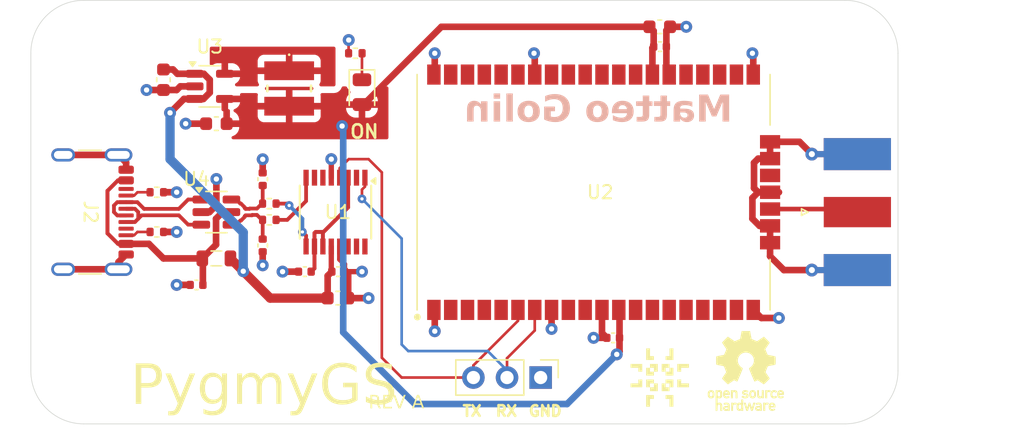
<source format=kicad_pcb>
(kicad_pcb (version 20240108) (generator "pcbnew") (generator_version "8.0")
  (layers (0 "F.Cu" signal) (1 "In1.Cu" signal) (2 "In2.Cu" signal) (31 "B.Cu" signal) (34 "B.Paste" user) (35 "F.Paste" user) (36 "B.SilkS" user "B.Silkscreen") (37 "F.SilkS" user "F.Silkscreen") (38 "B.Mask" user) (39 "F.Mask" user) (44 "Edge.Cuts" user))
  (net 0 "")
  (net 1 "+5V")
  (net 2 "GND")
  (net 3 "+3V3")
  (net 4 "/MCU_D-")
  (net 5 "/MCU_D+")
  (net 6 "Net-(U1-3V3OUT)")
  (net 7 "VBUS")
  (net 8 "Net-(D1-K)")
  (net 9 "/RF_SIG")
  (net 10 "Net-(J2-CC1)")
  (net 11 "/D-")
  (net 14 "/D+")
  (net 15 "Net-(J2-CC2)")
  (net 16 "MCU_RX")
  (net 17 "MCU_TX")
  (net 18 "/RD-")
  (net 19 "/RD+")
  (net 47 "/PWR_NSY")
  (footprint "Resistor_SMD:R_0402_1005Metric" (layer "F.Cu") (at 127 87 180)
    (property "Reference" "R5" (hide yes))
    (property "Value" "330R")
    (pad "1" smd roundrect (at -0.51 0 180) (size 0.54 0.64) (layers "F.Cu" "F.Paste" "F.Mask") (net 8 "Net-(D1-K)"))
    (pad "2" smd roundrect (at 0.51 0 180) (size 0.54 0.64) (layers "F.Cu" "F.Paste" "F.Mask") (net 2 "GND"))
  )
  (footprint "Capacitor_SMD:C_0402_1005Metric" (layer "F.Cu") (at 125.7025 103.5)
    (property "Reference" "C1" (hide yes))
    (property "Value" "100n")
    (pad "1" smd roundrect (at -0.48 0) (size 0.56 0.62) (layers "F.Cu" "F.Paste" "F.Mask") (net 1 "+5V"))
    (pad "2" smd roundrect (at 0.48 0) (size 0.56 0.62) (layers "F.Cu" "F.Paste" "F.Mask") (net 2 "GND"))
  )
  (footprint "Logos:PulsarLogo_5mm" (layer "F.Cu") (at 150 111.5)
    (property "Reference" "G***" (hide yes))
    (property "Value" "LOGO" (hide yes))
  )
  (footprint "MountingHole:MountingHole_3.2mm_M3" (layer "F.Cu") (at 106.5 87)
    (property "Reference" "H1" (hide yes))
    (property "Value" "MountingHole")
    (pad "" np_thru_hole circle (at 0 0) (size 3.2 3.2) (drill 3.2) (layers "*.Cu" "*.Mask"))
  )
  (footprint "Capacitor_SMD:C_0402_1005Metric" (layer "F.Cu") (at 120 101.52 -90)
    (property "Reference" "C7" (hide yes))
    (property "Value" "47p")
    (pad "1" smd roundrect (at -0.48 0 270) (size 0.56 0.62) (layers "F.Cu" "F.Paste" "F.Mask") (net 5 "/MCU_D+"))
    (pad "2" smd roundrect (at 0.48 0 270) (size 0.56 0.62) (layers "F.Cu" "F.Paste" "F.Mask") (net 2 "GND"))
  )
  (footprint "Capacitor_SMD:C_0402_1005Metric" (layer "F.Cu") (at 146.48 108.5 180)
    (property "Reference" "C3" (hide yes))
    (property "Value" "100n")
    (pad "1" smd roundrect (at -0.48 0 180) (size 0.56 0.62) (layers "F.Cu" "F.Paste" "F.Mask") (net 3 "+3V3"))
    (pad "2" smd roundrect (at 0.48 0 180) (size 0.56 0.62) (layers "F.Cu" "F.Paste" "F.Mask") (net 2 "GND"))
  )
  (footprint "Package_TO_SOT_SMD:TSOT-23-5" (layer "F.Cu") (at 116 89.5)
    (property "Reference" "U3" (at 0 -3 360) (layer "F.SilkS"))
    (property "Value" "LM3671MF")
    (pad "1" smd roundrect (at -1.1375 -0.95) (size 1.325 0.6) (layers "F.Cu" "F.Paste" "F.Mask") (net 1 "+5V"))
    (pad "2" smd roundrect (at -1.1375 0) (size 1.325 0.6) (layers "F.Cu" "F.Paste" "F.Mask") (net 2 "GND"))
    (pad "3" smd roundrect (at -1.1375 0.95) (size 1.325 0.6) (layers "F.Cu" "F.Paste" "F.Mask") (net 1 "+5V"))
    (pad "4" smd roundrect (at 1.1375 0.95) (size 1.325 0.6) (layers "F.Cu" "F.Paste" "F.Mask") (net 3 "+3V3"))
    (pad "5" smd roundrect (at 1.1375 -0.95) (size 1.325 0.6) (layers "F.Cu" "F.Paste" "F.Mask") (net 47 "/PWR_NSY"))
  )
  (footprint "Capacitor_SMD:C_0603_1608Metric" (layer "F.Cu") (at 150 85)
    (property "Reference" "C5" (hide yes))
    (property "Value" "4u7")
    (pad "1" smd roundrect (at -0.775 0) (size 0.9 0.95) (layers "F.Cu" "F.Paste" "F.Mask") (net 3 "+3V3"))
    (pad "2" smd roundrect (at 0.775 0) (size 0.9 0.95) (layers "F.Cu" "F.Paste" "F.Mask") (net 2 "GND"))
  )
  (footprint "MountingHole:MountingHole_3.2mm_M3" (layer "F.Cu") (at 164 111)
    (property "Reference" "H4" (hide yes))
    (property "Value" "MountingHole")
    (pad "" np_thru_hole circle (at 0 0) (size 3.2 3.2) (drill 3.2) (layers "*.Cu" "*.Mask"))
  )
  (footprint "MountingHole:MountingHole_3.2mm_M3" (layer "F.Cu") (at 106.5 111)
    (property "Reference" "H2" (hide yes))
    (property "Value" "MountingHole")
    (pad "" np_thru_hole circle (at 0 0) (size 3.2 3.2) (drill 3.2) (layers "*.Cu" "*.Mask"))
  )
  (footprint "Capacitor_SMD:C_0603_1608Metric" (layer "F.Cu") (at 125.6825 105.5)
    (property "Reference" "C2" (hide yes))
    (property "Value" "4u7")
    (pad "1" smd roundrect (at -0.775 0) (size 0.9 0.95) (layers "F.Cu" "F.Paste" "F.Mask") (net 1 "+5V"))
    (pad "2" smd roundrect (at 0.775 0) (size 0.9 0.95) (layers "F.Cu" "F.Paste" "F.Mask") (net 2 "GND"))
  )
  (footprint "Capacitor_SMD:C_0402_1005Metric" (layer "F.Cu") (at 123.1825 103.5 180)
    (property "Reference" "C8" (hide yes))
    (property "Value" "100n")
    (pad "1" smd roundrect (at -0.48 0 180) (size 0.56 0.62) (layers "F.Cu" "F.Paste" "F.Mask") (net 6 "Net-(U1-3V3OUT)"))
    (pad "2" smd roundrect (at 0.48 0 180) (size 0.56 0.62) (layers "F.Cu" "F.Paste" "F.Mask") (net 2 "GND"))
  )
  (footprint "Symbol:OSHW-Logo_5.7x6mm_SilkScreen" (layer "F.Cu") (at 156.5 111)
    (property "Reference" "REF**" (hide yes))
    (property "Value" "OSHW-Logo_5.7x6mm_SilkScreen" (hide yes))
  )
  (footprint "Resistor_SMD:R_0402_1005Metric" (layer "F.Cu") (at 120.499999 99.587815)
    (property "Reference" "R2" (hide yes))
    (property "Value" "27R")
    (pad "1" smd roundrect (at -0.51 0) (size 0.54 0.64) (layers "F.Cu" "F.Paste" "F.Mask") (net 5 "/MCU_D+"))
    (pad "2" smd roundrect (at 0.51 0) (size 0.54 0.64) (layers "F.Cu" "F.Paste" "F.Mask") (net 19 "/RD+"))
  )
  (footprint "Resistor_SMD:R_0402_1005Metric" (layer "F.Cu") (at 112 97.5)
    (property "Reference" "R3" (hide yes))
    (property "Value" "5k1")
    (pad "1" smd roundrect (at -0.51 0) (size 0.54 0.64) (layers "F.Cu" "F.Paste" "F.Mask") (net 10 "Net-(J2-CC1)"))
    (pad "2" smd roundrect (at 0.51 0) (size 0.54 0.64) (layers "F.Cu" "F.Paste" "F.Mask") (net 2 "GND"))
  )
  (footprint "Capacitor_SMD:C_0402_1005Metric" (layer "F.Cu") (at 150.02 86.5)
    (property "Reference" "C4" (hide yes))
    (property "Value" "100n")
    (pad "1" smd roundrect (at -0.48 0) (size 0.56 0.62) (layers "F.Cu" "F.Paste" "F.Mask") (net 3 "+3V3"))
    (pad "2" smd roundrect (at 0.48 0) (size 0.56 0.62) (layers "F.Cu" "F.Paste" "F.Mask") (net 2 "GND"))
  )
  (footprint "RF_Module:RN2903" (layer "F.Cu") (at 145 97.5 -90)
    (property "Reference" "U2" (at 0 -0.5 180) (layer "F.SilkS") (effects (font (size 1.00026 1.00026))))
    (property "Value" "RN2903")
    (pad "1" smd rect (at 8.89 12.065 270) (size 1.524 1.016) (layers "F.Cu" "F.Paste" "F.Mask") (net 2 "GND"))
    (pad "2" smd rect (at 8.89 10.795 270) (size 1.524 1.016) (layers "F.Cu" "F.Paste" "F.Mask"))
    (pad "3" smd rect (at 8.89 9.525 270) (size 1.524 1.016) (layers "F.Cu" "F.Paste" "F.Mask"))
    (pad "4" smd rect (at 8.89 8.255 270) (size 1.524 1.016) (layers "F.Cu" "F.Paste" "F.Mask"))
    (pad "5" smd rect (at 8.89 6.985 270) (size 1.524 1.016) (layers "F.Cu" "F.Paste" "F.Mask"))
    (pad "6" smd rect (at 8.89 5.715 270) (size 1.524 1.016) (layers "F.Cu" "F.Paste" "F.Mask") (net 16 "MCU_RX"))
    (pad "7" smd rect (at 8.89 4.445 270) (size 1.524 1.016) (layers "F.Cu" "F.Paste" "F.Mask") (net 17 "MCU_TX"))
    (pad "8" smd rect (at 8.89 3.175 270) (size 1.524 1.016) (layers "F.Cu" "F.Paste" "F.Mask") (net 2 "GND"))
    (pad "9" smd rect (at 8.89 1.905 270) (size 1.524 1.016) (layers "F.Cu" "F.Paste" "F.Mask"))
    (pad "10" smd rect (at 8.89 0.635 270) (size 1.524 1.016) (layers "F.Cu" "F.Paste" "F.Mask"))
    (pad "11" smd rect (at 8.89 -0.635 270) (size 1.524 1.016) (layers "F.Cu" "F.Paste" "F.Mask") (net 2 "GND"))
    (pad "12" smd rect (at 8.89 -1.905 270) (size 1.524 1.016) (layers "F.Cu" "F.Paste" "F.Mask") (net 3 "+3V3"))
    (pad "13" smd rect (at 8.89 -3.175 270) (size 1.524 1.016) (layers "F.Cu" "F.Paste" "F.Mask"))
    (pad "14" smd rect (at 8.89 -4.445 270) (size 1.524 1.016) (layers "F.Cu" "F.Paste" "F.Mask"))
    (pad "15" smd rect (at 8.89 -5.715 270) (size 1.524 1.016) (layers "F.Cu" "F.Paste" "F.Mask"))
    (pad "16" smd rect (at 8.89 -6.985 270) (size 1.524 1.016) (layers "F.Cu" "F.Paste" "F.Mask"))
    (pad "17" smd rect (at 8.89 -8.255 270) (size 1.524 1.016) (layers "F.Cu" "F.Paste" "F.Mask"))
    (pad "18" smd rect (at 8.89 -9.525 270) (size 1.524 1.016) (layers "F.Cu" "F.Paste" "F.Mask"))
    (pad "19" smd rect (at 8.89 -10.795 270) (size 1.524 1.016) (layers "F.Cu" "F.Paste" "F.Mask"))
    (pad "20" smd rect (at 8.89 -12.065 270) (size 1.524 1.016) (layers "F.Cu" "F.Paste" "F.Mask") (net 2 "GND"))
    (pad "21" smd rect (at 3.81 -13.335 270) (size 1.016 1.524) (layers "F.Cu" "F.Paste" "F.Mask") (net 2 "GND"))
    (pad "22" smd rect (at 2.54 -13.335 270) (size 1.016 1.524) (layers "F.Cu" "F.Paste" "F.Mask") (net 2 "GND"))
    (pad "23" smd rect (at 1.27 -13.335 270) (size 1.016 1.524) (layers "F.Cu" "F.Paste" "F.Mask") (net 9 "/RF_SIG"))
    (pad "24" smd rect (at 0 -13.335 270) (size 1.016 1.524) (layers "F.Cu" "F.Paste" "F.Mask") (net 2 "GND"))
    (pad "25" smd rect (at -1.27 -13.335 270) (size 1.016 1.524) (layers "F.Cu" "F.Paste" "F.Mask"))
    (pad "26" smd rect (at -2.54 -13.335 270) (size 1.016 1.524) (layers "F.Cu" "F.Paste" "F.Mask") (net 2 "GND"))
    (pad "27" smd rect (at -3.81 -13.335 270) (size 1.016 1.524) (layers "F.Cu" "F.Paste" "F.Mask") (net 2 "GND"))
    (pad "28" smd rect (at -8.89 -12.065 270) (size 1.524 1.016) (layers "F.Cu" "F.Paste" "F.Mask") (net 2 "GND"))
    (pad "29" smd rect (at -8.89 -10.795 270) (size 1.524 1.016) (layers "F.Cu" "F.Paste" "F.Mask"))
    (pad "30" smd rect (at -8.89 -9.525 270) (size 1.524 1.016) (layers "F.Cu" "F.Paste" "F.Mask"))
    (pad "31" smd rect (at -8.89 -8.255 270) (size 1.524 1.016) (layers "F.Cu" "F.Paste" "F.Mask"))
    (pad "32" smd rect (at -8.89 -6.985 270) (size 1.524 1.016) (layers "F.Cu" "F.Paste" "F.Mask"))
    (pad "33" smd rect (at -8.89 -5.715 270) (size 1.524 1.016) (layers "F.Cu" "F.Paste" "F.Mask") (net 2 "GND"))
    (pad "34" smd rect (at -8.89 -4.445 270) (size 1.524 1.016) (layers "F.Cu" "F.Paste" "F.Mask") (net 3 "+3V3"))
    (pad "35" smd rect (at -8.89 -3.175 270) (size 1.524 1.016) (layers "F.Cu" "F.Paste" "F.Mask"))
    (pad "36" smd rect (at -8.89 -1.905 270) (size 1.524 1.016) (layers "F.Cu" "F.Paste" "F.Mask"))
    (pad "37" smd rect (at -8.89 -0.635 270) (size 1.524 1.016) (layers "F.Cu" "F.Paste" "F.Mask"))
    (pad "38" smd rect (at -8.89 0.635 270) (size 1.524 1.016) (layers "F.Cu" "F.Paste" "F.Mask"))
    (pad "39" smd rect (at -8.89 1.905 270) (size 1.524 1.016) (layers "F.Cu" "F.Paste" "F.Mask"))
    (pad "40" smd rect (at -8.89 3.175 270) (size 1.524 1.016) (layers "F.Cu" "F.Paste" "F.Mask"))
    (pad "41" smd rect (at -8.89 4.445 270) (size 1.524 1.016) (layers "F.Cu" "F.Paste" "F.Mask") (net 2 "GND"))
    (pad "42" smd rect (at -8.89 5.715 270) (size 1.524 1.016) (layers "F.Cu" "F.Paste" "F.Mask"))
    (pad "43" smd rect (at -8.89 6.985 270) (size 1.524 1.016) (layers "F.Cu" "F.Paste" "F.Mask"))
    (pad "44" smd rect (at -8.89 8.255 270) (size 1.524 1.016) (layers "F.Cu" "F.Paste" "F.Mask"))
    (pad "45" smd rect (at -8.89 9.525 270) (size 1.524 1.016) (layers "F.Cu" "F.Paste" "F.Mask"))
    (pad "46" smd rect (at -8.89 10.795 270) (size 1.524 1.016) (layers "F.Cu" "F.Paste" "F.Mask"))
    (pad "47" smd rect (at -8.89 12.065 270) (size 1.524 1.016) (layers "F.Cu" "F.Paste" "F.Mask") (net 2 "GND"))
  )
  (footprint "LED_SMD:LED_0805_2012Metric" (layer "F.Cu") (at 127.5 89.9375 -90)
    (property "Reference" "D1" (hide yes))
    (property "Value" "GREEN LED")
    (pad "1" smd roundrect (at -0.9375 0 270) (size 0.975 1.4) (layers "F.Cu" "F.Paste" "F.Mask") (net 8 "Net-(D1-K)"))
    (pad "2" smd roundrect (at 0.9375 0 270) (size 0.975 1.4) (layers "F.Cu" "F.Paste" "F.Mask") (net 3 "+3V3"))
  )
  (footprint "Connector_PinHeader_2.54mm:PinHeader_1x03_P2.54mm_Vertical" (layer "F.Cu") (at 141 111.5 -90)
    (property "Reference" "J3" (hide yes))
    (property "Value" "Conn_01x03")
    (pad "1" thru_hole rect (at 0 0 270) (size 1.7 1.7) (drill 1) (layers "*.Cu" "*.Mask") (net 2 "GND"))
    (pad "2" thru_hole oval (at 0 2.54 270) (size 1.7 1.7) (drill 1) (layers "*.Cu" "*.Mask") (net 17 "MCU_TX"))
    (pad "3" thru_hole oval (at 0 5.08 270) (size 1.7 1.7) (drill 1) (layers "*.Cu" "*.Mask") (net 16 "MCU_RX"))
  )
  (footprint "Capacitor_SMD:C_0603_1608Metric" (layer "F.Cu") (at 112.5 89 -90)
    (property "Reference" "C10" (hide yes))
    (property "Value" "4u7")
    (pad "1" smd roundrect (at -0.775 0 270) (size 0.9 0.95) (layers "F.Cu" "F.Paste" "F.Mask") (net 1 "+5V"))
    (pad "2" smd roundrect (at 0.775 0 270) (size 0.9 0.95) (layers "F.Cu" "F.Paste" "F.Mask") (net 2 "GND"))
  )
  (footprint "Resistor_SMD:R_0402_1005Metric" (layer "F.Cu") (at 112 100.5)
    (property "Reference" "R4" (hide yes))
    (property "Value" "5k1")
    (pad "1" smd roundrect (at -0.51 0) (size 0.54 0.64) (layers "F.Cu" "F.Paste" "F.Mask") (net 15 "Net-(J2-CC2)"))
    (pad "2" smd roundrect (at 0.51 0) (size 0.54 0.64) (layers "F.Cu" "F.Paste" "F.Mask") (net 2 "GND"))
  )
  (footprint "MountingHole:MountingHole_3.2mm_M3" (layer "F.Cu") (at 164 87)
    (property "Reference" "H3" (hide yes))
    (property "Value" "MountingHole")
    (pad "" np_thru_hole circle (at 0 0) (size 3.2 3.2) (drill 3.2) (layers "*.Cu" "*.Mask"))
  )
  (footprint "Connector_Coaxial:SMA_Molex_73251-1153_EdgeMount_Horizontal" (layer "F.Cu") (at 163.21 99 180)
    (property "Reference" "J1" (hide yes))
    (property "Value" "SMA_Coax")
    (pad "1" smd rect (at -1.72 0 180) (size 5.08 2.29) (layers "F.Cu" "F.Mask") (net 9 "/RF_SIG"))
    (pad "2" smd rect (at -1.72 -4.38 180) (size 5.08 2.42) (layers "F.Cu" "F.Mask") (net 2 "GND"))
    (pad "2" smd rect (at -1.72 -4.38 180) (size 5.08 2.42) (layers "B.Cu" "B.Mask") (net 2 "GND"))
    (pad "2" smd rect (at -1.72 4.38 180) (size 5.08 2.42) (layers "F.Cu" "F.Mask") (net 2 "GND"))
    (pad "2" smd rect (at -1.72 4.38 180) (size 5.08 2.42) (layers "B.Cu" "B.Mask") (net 2 "GND"))
    (pad "2" smd rect (at 1.27 -4.38 180) (size 0.95 0.46) (layers "F.Cu") (net 2 "GND"))
    (pad "2" smd rect (at 1.27 -4.38 180) (size 0.95 0.46) (layers "B.Cu") (net 2 "GND"))
    (pad "2" smd rect (at 1.27 4.38 180) (size 0.95 0.46) (layers "F.Cu") (net 2 "GND"))
    (pad "2" smd rect (at 1.27 4.38 180) (size 0.95 0.46) (layers "B.Cu") (net 2 "GND"))
    (pad "2" thru_hole circle (at 1.72 -4.38 180) (size 0.97 0.97) (drill 0.46) (layers "*.Cu") (net 2 "GND"))
    (pad "2" thru_hole circle (at 1.72 4.38 180) (size 0.97 0.97) (drill 0.46) (layers "*.Cu") (net 2 "GND"))
  )
  (footprint "LPO3310-222MLC:LPO3310222MLC" (layer "F.Cu") (at 122 89.66 -90)
    (property "Reference" "L1" (hide yes))
    (property "Value" "2u2" (hide yes))
    (pad "1" smd rect (at -1.34 0 270) (size 1.42 3.76) (layers "F.Cu" "F.Paste" "F.Mask") (net 47 "/PWR_NSY"))
    (pad "2" smd rect (at 1.34 0 270) (size 1.42 3.76) (layers "F.Cu" "F.Paste" "F.Mask") (net 3 "+3V3"))
  )
  (footprint "Capacitor_SMD:C_0603_1608Metric" (layer "F.Cu") (at 116.5 92.32 180)
    (property "Reference" "C9" (hide yes))
    (property "Value" "10u")
    (pad "1" smd roundrect (at -0.775 0 180) (size 0.9 0.95) (layers "F.Cu" "F.Paste" "F.Mask") (net 3 "+3V3"))
    (pad "2" smd roundrect (at 0.775 0 180) (size 0.9 0.95) (layers "F.Cu" "F.Paste" "F.Mask") (net 2 "GND"))
  )
  (footprint "Package_SO:SSOP-16_3.9x4.9mm_P0.635mm" (layer "F.Cu") (at 125.5 99 -90)
    (property "Reference" "U1" (at 0 -0.1825 180) (layer "F.SilkS"))
    (property "Value" "FT230XS")
    (pad "1" smd rect (at -2.6 -2.2225 270) (size 1.2 0.4) (layers "F.Cu" "F.Paste" "F.Mask") (net 17 "MCU_TX"))
    (pad "2" smd rect (at -2.6 -1.5875 270) (size 1.2 0.4) (layers "F.Cu" "F.Paste" "F.Mask"))
    (pad "3" smd rect (at -2.6 -0.9525 270) (size 1.2 0.4) (layers "F.Cu" "F.Paste" "F.Mask") (net 6 "Net-(U1-3V3OUT)"))
    (pad "4" smd rect (at -2.6 -0.3175 270) (size 1.2 0.4) (layers "F.Cu" "F.Paste" "F.Mask") (net 16 "MCU_RX"))
    (pad "5" smd rect (at -2.6 0.3175 270) (size 1.2 0.4) (layers "F.Cu" "F.Paste" "F.Mask") (net 2 "GND"))
    (pad "6" smd rect (at -2.6 0.9525 270) (size 1.2 0.4) (layers "F.Cu" "F.Paste" "F.Mask"))
    (pad "7" smd rect (at -2.6 1.5875 270) (size 1.2 0.4) (layers "F.Cu" "F.Paste" "F.Mask"))
    (pad "8" smd rect (at -2.6 2.2225 270) (size 1.2 0.4) (layers "F.Cu" "F.Paste" "F.Mask") (net 19 "/RD+"))
    (pad "9" smd rect (at 2.6 2.2225 270) (size 1.2 0.4) (layers "F.Cu" "F.Paste" "F.Mask") (net 18 "/RD-"))
    (pad "10" smd rect (at 2.6 1.5875 270) (size 1.2 0.4) (layers "F.Cu" "F.Paste" "F.Mask") (net 6 "Net-(U1-3V3OUT)"))
    (pad "11" smd rect (at 2.6 0.9525 270) (size 1.2 0.4) (layers "F.Cu" "F.Paste" "F.Mask") (net 6 "Net-(U1-3V3OUT)"))
    (pad "12" smd rect (at 2.6 0.3175 270) (size 1.2 0.4) (layers "F.Cu" "F.Paste" "F.Mask") (net 1 "+5V"))
    (pad "13" smd rect (at 2.6 -0.3175 270) (size 1.2 0.4) (layers "F.Cu" "F.Paste" "F.Mask") (net 2 "GND"))
    (pad "14" smd rect (at 2.6 -0.9525 270) (size 1.2 0.4) (layers "F.Cu" "F.Paste" "F.Mask"))
    (pad "15" smd rect (at 2.6 -1.5875 270) (size 1.2 0.4) (layers "F.Cu" "F.Paste" "F.Mask"))
    (pad "16" smd rect (at 2.6 -2.2225 270) (size 1.2 0.4) (layers "F.Cu" "F.Paste" "F.Mask"))
  )
  (footprint "Resistor_SMD:R_0402_1005Metric" (layer "F.Cu") (at 120.499999 98.358404)
    (property "Reference" "R1" (hide yes))
    (property "Value" "27R")
    (pad "1" smd roundrect (at -0.51 0) (size 0.54 0.64) (layers "F.Cu" "F.Paste" "F.Mask") (net 4 "/MCU_D-"))
    (pad "2" smd roundrect (at 0.51 0) (size 0.54 0.64) (layers "F.Cu" "F.Paste" "F.Mask") (net 18 "/RD-"))
  )
  (footprint "Capacitor_SMD:C_0402_1005Metric" (layer "F.Cu") (at 120 96.51 90)
    (property "Reference" "C6" (hide yes))
    (property "Value" "47p")
    (pad "1" smd roundrect (at -0.48 0 90) (size 0.56 0.62) (layers "F.Cu" "F.Paste" "F.Mask") (net 4 "/MCU_D-"))
    (pad "2" smd roundrect (at 0.48 0 90) (size 0.56 0.62) (layers "F.Cu" "F.Paste" "F.Mask") (net 2 "GND"))
  )
  (footprint "Package_TO_SOT_SMD:SOT-23-6" (layer "F.Cu") (at 116.5 99)
    (property "Reference" "U4" (at -1.5 -2.5 0) (layer "F.SilkS"))
    (property "Value" "USBLC6-2SC6")
    (pad "1" smd roundrect (at -1.1375 -0.95) (size 1.325 0.6) (layers "F.Cu" "F.Paste" "F.Mask") (net 11 "/D-"))
    (pad "2" smd roundrect (at -1.1375 0) (size 1.325 0.6) (layers "F.Cu" "F.Paste" "F.Mask") (net 2 "GND"))
    (pad "3" smd roundrect (at -1.1375 0.95) (size 1.325 0.6) (layers "F.Cu" "F.Paste" "F.Mask") (net 14 "/D+"))
    (pad "4" smd roundrect (at 1.1375 0.95) (size 1.325 0.6) (layers "F.Cu" "F.Paste" "F.Mask") (net 5 "/MCU_D+"))
    (pad "5" smd roundrect (at 1.1375 0) (size 1.325 0.6) (layers "F.Cu" "F.Paste" "F.Mask") (net 7 "VBUS"))
    (pad "6" smd roundrect (at 1.1375 -0.95) (size 1.325 0.6) (layers "F.Cu" "F.Paste" "F.Mask") (net 4 "/MCU_D-"))
  )
  (footprint "Inductor_SMD:L_0805_2012Metric" (layer "F.Cu") (at 116.5 102.5)
    (property "Reference" "FB1" (hide yes))
    (property "Value" "FerriteBead")
    (pad "1" smd roundrect (at -1.0625 0) (size 0.875 1.2) (layers "F.Cu" "F.Paste" "F.Mask") (net 7 "VBUS"))
    (pad "2" smd roundrect (at 1.0625 0) (size 0.875 1.2) (layers "F.Cu" "F.Paste" "F.Mask") (net 1 "+5V"))
  )
  (footprint "Connector_USB:USB_C_Receptacle_GCT_USB4105-xx-A_16P_TopMnt_Horizontal" (layer "F.Cu") (at 106 99 -90)
    (property "Reference" "J2" (at 0 -1 -90) (layer "F.SilkS"))
    (property "Value" "USB_C_Receptacle_USB2.0_16P")
    (pad "" np_thru_hole circle (at -2.89 -2.605 270) (size 0.65 0.65) (drill 0.65) (layers "F&B.Cu" "*.Mask"))
    (pad "" np_thru_hole circle (at 2.89 -2.605 270) (size 0.65 0.65) (drill 0.65) (layers "F&B.Cu" "*.Mask"))
    (pad "A1" smd roundrect (at -3.2 -3.68 270) (size 0.6 1.15) (layers "F.Cu" "F.Paste" "F.Mask") (net 2 "GND"))
    (pad "A4" smd roundrect (at -2.4 -3.68 270) (size 0.6 1.15) (layers "F.Cu" "F.Paste" "F.Mask") (net 7 "VBUS"))
    (pad "A5" smd roundrect (at -1.25 -3.68 270) (size 0.3 1.15) (layers "F.Cu" "F.Paste" "F.Mask") (net 10 "Net-(J2-CC1)"))
    (pad "A6" smd roundrect (at -0.25 -3.68 270) (size 0.3 1.15) (layers "F.Cu" "F.Paste" "F.Mask") (net 14 "/D+"))
    (pad "A7" smd roundrect (at 0.25 -3.68 270) (size 0.3 1.15) (layers "F.Cu" "F.Paste" "F.Mask") (net 11 "/D-"))
    (pad "A8" smd roundrect (at 1.25 -3.68 270) (size 0.3 1.15) (layers "F.Cu" "F.Paste" "F.Mask"))
    (pad "A9" smd roundrect (at 2.4 -3.68 270) (size 0.6 1.15) (layers "F.Cu" "F.Paste" "F.Mask") (net 7 "VBUS"))
    (pad "A12" smd roundrect (at 3.2 -3.68 270) (size 0.6 1.15) (layers "F.Cu" "F.Paste" "F.Mask") (net 2 "GND"))
    (pad "B1" smd roundrect (at 3.2 -3.68 270) (size 0.6 1.15) (layers "F.Cu" "F.Paste" "F.Mask") (net 2 "GND"))
    (pad "B4" smd roundrect (at 2.4 -3.68 270) (size 0.6 1.15) (layers "F.Cu" "F.Paste" "F.Mask") (net 7 "VBUS"))
    (pad "B5" smd roundrect (at 1.75 -3.68 270) (size 0.3 1.15) (layers "F.Cu" "F.Paste" "F.Mask") (net 15 "Net-(J2-CC2)"))
    (pad "B6" smd roundrect (at 0.75 -3.68 270) (size 0.3 1.15) (layers "F.Cu" "F.Paste" "F.Mask") (net 14 "/D+"))
    (pad "B7" smd roundrect (at -0.75 -3.68 270) (size 0.3 1.15) (layers "F.Cu" "F.Paste" "F.Mask") (net 11 "/D-"))
    (pad "B8" smd roundrect (at -1.75 -3.68 270) (size 0.3 1.15) (layers "F.Cu" "F.Paste" "F.Mask"))
    (pad "B9" smd roundrect (at -2.4 -3.68 270) (size 0.6 1.15) (layers "F.Cu" "F.Paste" "F.Mask") (net 7 "VBUS"))
    (pad "B12" smd roundrect (at -3.2 -3.68 270) (size 0.6 1.15) (layers "F.Cu" "F.Paste" "F.Mask") (net 2 "GND"))
    (pad "S1" thru_hole oval (at -4.32 -3.105 270) (size 1 2.1) (drill oval 0.6 1.7) (layers "*.Cu" "*.Mask") (net 2 "GND"))
    (pad "S1" thru_hole oval (at -4.32 1.075 270) (size 1 1.8) (drill oval 0.6 1.4) (layers "*.Cu" "*.Mask") (net 2 "GND"))
    (pad "S1" thru_hole oval (at 4.32 -3.105 270) (size 1 2.1) (drill oval 0.6 1.7) (layers "*.Cu" "*.Mask") (net 2 "GND"))
    (pad "S1" thru_hole oval (at 4.32 1.075 270) (size 1 1.8) (drill oval 0.6 1.4) (layers "*.Cu" "*.Mask") (net 2 "GND"))
  )
  (footprint "Capacitor_SMD:C_0402_1005Metric" (layer "F.Cu") (at 115 104.5 180)
    (property "Reference" "C11" (hide yes))
    (property "Value" "10n")
    (pad "1" smd roundrect (at -0.48 0 180) (size 0.56 0.62) (layers "F.Cu" "F.Paste" "F.Mask") (net 7 "VBUS"))
    (pad "2" smd roundrect (at 0.48 0 180) (size 0.56 0.62) (layers "F.Cu" "F.Paste" "F.Mask") (net 2 "GND"))
  )
  (gr_arc (start 168 111) (mid 166.828427 113.828427) (end 164 115) (stroke (width 0.05)) (layer "Edge.Cuts"))
  (gr_line (start 102.480694 111) (end 102.480694 87) (stroke (width 0.05)) (layer "Edge.Cuts"))
  (gr_arc (start 106.480694 115) (mid 103.652271 113.828425) (end 102.480694 111) (stroke (width 0.05)) (layer "Edge.Cuts"))
  (gr_line (start 164 115) (end 106.480694 115) (stroke (width 0.05)) (layer "Edge.Cuts"))
  (gr_arc (start 164 83) (mid 166.828427 84.171573) (end 168 87) (stroke (width 0.05)) (layer "Edge.Cuts"))
  (gr_line (start 106.480694 83) (end 164 83) (stroke (width 0.05)) (layer "Edge.Cuts"))
  (gr_line (start 168 87) (end 168 111) (stroke (width 0.05)) (layer "Edge.Cuts"))
  (gr_arc (start 102.480694 87) (mid 103.652267 84.171573) (end 106.480694 83) (stroke (width 0.05)) (layer "Edge.Cuts"))
  (gr_text "Matteo Golin" (at 155.5 92.5 0) (layer "B.SilkS") (effects (font (size 2 2) (thickness 0.1)) (justify left bottom mirror)))
  (gr_text "ON" (at 126.5 93.5 0) (layer "F.SilkS") (effects (font (size 1 1) (thickness 0.2) (bold yes)) (justify left bottom)))
  (gr_text "REV A" (at 128 114 0) (layer "F.SilkS") (effects (font (size 1 1) (thickness 0.15) (italic yes)) (justify left bottom)))
  (gr_text "PygmyGS" (at 110 114 0) (layer "F.SilkS") (effects (font (size 3 3) (thickness 0.15) (italic yes)) (justify left bottom)))
  (gr_text "GND" (at 140 114.5 0) (layer "F.SilkS") (effects (font (size 0.8 0.8) (thickness 0.2) (bold yes)) (justify left bottom)))
  (gr_text "RX" (at 137.5 114.5 0) (layer "F.SilkS") (effects (font (size 0.8 0.8) (thickness 0.2) (bold yes)) (justify left bottom)))
  (gr_text "TX" (at 135 114.5 0) (layer "F.SilkS") (effects (font (size 0.8 0.8) (thickness 0.2) (bold yes)) (justify left bottom)))
  (segment (start 115.524999 90.45) (end 116 89.974999) (width 0.5) (layer "F.Cu") (net 1))
  (segment (start 112.5 88.225) (end 113.225 88.225) (width 0.5) (layer "F.Cu") (net 1))
  (segment (start 125.1825 101.6) (end 125.1825 103.46) (width 0.4) (layer "F.Cu") (net 1))
  (segment (start 120.5625 105.5) (end 124.9075 105.5) (width 0.7) (layer "F.Cu") (net 1))
  (segment (start 114.05 90.45) (end 113 91.5) (width 0.5) (layer "F.Cu") (net 1))
  (segment (start 116 89) (end 115.55 88.55) (width 0.5) (layer "F.Cu") (net 1))
  (segment (start 114.8625 90.45) (end 114.05 90.45) (width 0.5) (layer "F.Cu") (net 1))
  (segment (start 113.225 88.225) (end 113.55 88.55) (width 0.5) (layer "F.Cu") (net 1))
  (segment (start 124.9075 105.5) (end 124.9075 103.815) (width 0.5) (layer "F.Cu") (net 1))
  (segment (start 113.55 88.55) (end 114.8625 88.55) (width 0.5) (layer "F.Cu") (net 1))
  (segment (start 116 89.974999) (end 116 89) (width 0.5) (layer "F.Cu") (net 1))
  (segment (start 114.8625 90.45) (end 115.524999 90.45) (width 0.5) (layer "F.Cu") (net 1))
  (segment (start 118.53125 103.46875) (end 120.5625 105.5) (width 0.7) (layer "F.Cu") (net 1))
  (segment (start 117.5625 102.5) (end 118.53125 103.46875) (width 0.7) (layer "F.Cu") (net 1))
  (segment (start 115.55 88.55) (end 114.8625 88.55) (width 0.5) (layer "F.Cu") (net 1))
  (segment (start 124.9075 103.815) (end 125.2225 103.5) (width 0.5) (layer "F.Cu") (net 1))
  (segment (start 125.1825 103.46) (end 125.2225 103.5) (width 0.4) (layer "F.Cu") (net 1))
  (via (at 113 91.5) (size 0.9) (drill 0.4) (layers "F.Cu" "B.Cu") (net 1))
  (via (at 118.53125 103.46875) (size 0.9) (drill 0.4) (layers "F.Cu" "B.Cu") (net 1))
  (segment (start 118.53125 103.46875) (end 118.53125 100.53125) (width 0.7) (layer "B.Cu") (net 1))
  (segment (start 118.53125 100.53125) (end 113 95) (width 0.7) (layer "B.Cu") (net 1))
  (segment (start 113 95) (end 113 91.5) (width 0.7) (layer "B.Cu") (net 1))
  (segment (start 158.335 102.335) (end 159.38 103.38) (width 0.5) (layer "F.Cu") (net 2))
  (segment (start 158.335 93.69) (end 160.56 93.69) (width 0.5) (layer "F.Cu") (net 2))
  (segment (start 159.38 103.38) (end 161.49 103.38) (width 0.5) (layer "F.Cu") (net 2))
  (segment (start 159 97.5) (end 157.435 97.5) (width 0.5) (layer "F.Cu") (net 2))
  (segment (start 116.5 98.477684) (end 116.5 96.5) (width 0.5) (layer "F.Cu") (net 2))
  (segment (start 133 87) (end 133 88.545) (width 0.5) (layer "F.Cu") (net 2))
  (segment (start 150.5 86.5) (end 150.5 85.275) (width 0.5) (layer "F.Cu") (net 2))
  (segment (start 159 107) (end 157.675 107) (width 0.5) (layer "F.Cu") (net 2))
  (segment (start 133 108) (end 133 106.455) (width 0.5) (layer "F.Cu") (net 2))
  (segment (start 120 103.02) (end 120 102) (width 0.5) (layer "F.Cu") (net 2))
  (segment (start 145.635 108.135) (end 145.635 106.39) (width 0.5) (layer "F.Cu") (net 2))
  (segment (start 125.8175 102.565) (end 125.8175 101.6) (width 0.4) (layer "F.Cu") (net 2))
  (segment (start 109.68 95.8) (end 109.68 95.255) (width 0.5) (layer "F.Cu") (net 2))
  (segment (start 126.49 86.01) (end 126.5 86) (width 0.2) (layer "F.Cu") (net 2))
  (segment (start 150.775 85) (end 152 85) (width 0.5) (layer "F.Cu") (net 2))
  (segment (start 111.225 89.775) (end 112.5 89.775) (width 0.5) (layer "F.Cu") (net 2))
  (segment (start 157.065 87.065) (end 157 87) (width 0.5) (layer "F.Cu") (net 2))
  (segment (start 158.335 94.96) (end 158.335 93.69) (width 0.5) (layer "F.Cu") (net 2))
  (segment (start 157.065 88.61) (end 157.065 87.065) (width 0.5) (layer "F.Cu") (net 2))
  (segment (start 126.1825 103.5) (end 127.5 103.5) (width 0.4) (layer "F.Cu") (net 2))
  (segment (start 157.435 94.96) (end 158.335 94.96) (width 0.5) (layer "F.Cu") (net 2))
  (segment (start 115.977684 99) (end 116.5 98.477684) (width 0.5) (layer "F.Cu") (net 2))
  (segment (start 133 88.545) (end 132.935 88.61) (width 0.5) (layer "F.Cu") (net 2))
  (segment (start 126.4575 105.5) (end 128 105.5) (width 0.5) (layer "F.Cu") (net 2))
  (segment (start 158.335 97.5) (end 159 97.5) (width 0.5) (layer "F.Cu") (net 2))
  (segment (start 120 96.03) (end 120 95.01) (width 0.5) (layer "F.Cu") (net 2))
  (segment (start 114.8625 89.5) (end 113.775 89.5) (width 0.5) (layer "F.Cu") (net 2))
  (segment (start 126.1825 103.5) (end 126.1825 102.93) (width 0.4) (layer "F.Cu") (net 2))
  (segment (start 160.56 93.69) (end 161.49 94.62) (width 0.5) (layer "F.Cu") (net 2))
  (segment (start 157.54 100.04) (end 158.335 100.04) (width 0.5) (layer "F.Cu") (net 2))
  (segment (start 157.435 97.5) (end 157.123 97.188) (width 0.5) (layer "F.Cu") (net 2))
  (segment (start 157 99.5) (end 157.54 100.04) (width 0.5) (layer "F.Cu") (net 2))
  (segment (start 146 108.5) (end 145 108.5) (width 0.5) (layer "F.Cu") (net 2))
  (segment (start 157.435 97.5) (end 157 97.935) (width 0.5) (layer "F.Cu") (net 2))
  (segment (start 157.675 107) (end 157.065 106.39) (width 0.5) (layer "F.Cu") (net 2))
  (segment (start 158.335 97.5) (end 157.435 97.5) (width 0.5) (layer "F.Cu") (net 2))
  (segment (start 150.5 85.275) (end 150.775 85) (width 0.5) (layer "F.Cu") (net 2))
  (segment (start 140.555 88.61) (end 140.555 87.055) (width 0.5) (layer "F.Cu") (net 2))
  (segment (start 109.105 103.32) (end 109.105 102.775) (width 0.5) (layer "F.Cu") (net 2))
  (segment (start 121.5 103.5) (end 122.7025 103.5) (width 0.5) (layer "F.Cu") (net 2))
  (segment (start 113.5 104.5) (end 114.52 104.5) (width 0.5) (layer "F.Cu") (net 2))
  (segment (start 126.1825 102.93) (end 125.8175 102.565) (width 0.4) (layer "F.Cu") (net 2))
  (segment (start 113.5 89.775) (end 112.5 89.775) (width 0.5) (layer "F.Cu") (net 2))
  (segment (start 133 106.455) (end 132.935 106.39) (width 0.5) (layer "F.Cu") (net 2))
  (segment (start 109.105 102.775) (end 109.68 102.2) (width 0.5) (layer "F.Cu") (net 2))
  (segment (start 126.4575 105.5) (end 126.4575 103.775) (width 0.5) (layer "F.Cu") (net 2))
  (segment (start 113.5 97.5) (end 112.51 97.5) (width 0.5) (layer "F.Cu") (net 2))
  (segment (start 126.4575 103.775) (end 126.1825 103.5) (width 0.5) (layer "F.Cu") (net 2))
  (segment (start 113.5 100.5) (end 112.51 100.5) (width 0.5) (layer "F.Cu") (net 2))
  (segment (start 150.5 86.5) (end 150.5 88.395) (width 0.5) (layer "F.Cu") (net 2))
  (segment (start 150.5 88.395) (end 150.715 88.61) (width 0.5) (layer "F.Cu") (net 2))
  (segment (start 104.925 103.32) (end 109.105 103.32) (width 0.5) (layer "F.Cu") (net 2))
  (segment (start 113.775 89.5) (end 113.5 89.775) (width 0.5) (layer "F.Cu") (net 2))
  (segment (start 141.825 107.825) (end 141.825 106.39) (width 0.5) (layer "F.Cu") (net 2))
  (segment (start 114.18 92.32) (end 115.725 92.32) (width 0.5) (layer "F.Cu") (net 2))
  (segment (start 126.49 87) (end 126.49 86.01) (width 0.2) (layer "F.Cu") (net 2))
  (segment (start 125.1825 95) (end 125.1825 96.4) (width 0.4) (layer "F.Cu") (net 2))
  (segment (start 115.3625 99) (end 115.977684 99) (width 0.5) (layer "F.Cu") (net 2))
  (segment (start 157 97.935) (end 157 99.5) (width 0.5) (layer "F.Cu") (net 2))
  (segment (start 157.123 97.188) (end 157.123 95.272) (width 0.5) (layer "F.Cu") (net 2))
  (segment (start 158.335 100.04) (end 158.335 101.31) (width 0.5) (layer "F.Cu") (net 2))
  (segment (start 104.925 94.68) (end 109.105 94.68) (width 0.5) (layer "F.Cu") (net 2))
  (segment (start 158.335 101.31) (end 158.335 102.335) (width 0.5) (layer "F.Cu") (net 2))
  (segment (start 140.555 87.055) (end 140.5 87) (width 0.5) (layer "F.Cu") (net 2))
  (segment (start 157.123 95.272) (end 157.435 94.96) (width 0.5) (layer "F.Cu") (net 2))
  (segment (start 109.68 95.255) (end 109.105 94.68) (width 0.5) (layer "F.Cu") (net 2))
  (segment (start 146 108.5) (end 145.635 108.135) (width 0.5) (layer "F.Cu") (net 2))
  (via (at 116.5 96.5) (size 0.9) (drill 0.4) (layers "F.Cu" "B.Cu") (net 2))
  (via (at 111.225 89.775) (size 0.9) (drill 0.4) (layers "F.Cu" "B.Cu") (net 2))
  (via (at 127.5 103.5) (size 0.9) (drill 0.4) (layers "F.Cu" "B.Cu") (net 2))
  (via (at 113.5 97.5) (size 0.9) (drill 0.4) (layers "F.Cu" "B.Cu") (net 2))
  (via (at 121.5 103.5) (size 0.9) (drill 0.4) (layers "F.Cu" "B.Cu") (net 2))
  (via (at 126.5 86) (size 0.9) (drill 0.4) (layers "F.Cu" "B.Cu") (net 2))
  (via (at 125.1825 95) (size 0.9) (drill 0.4) (layers "F.Cu" "B.Cu") (net 2))
  (via (at 113.5 104.5) (size 0.9) (drill 0.4) (layers "F.Cu" "B.Cu") (net 2))
  (via (at 140.5 87) (size 0.9) (drill 0.4) (layers "F.Cu" "B.Cu") (net 2))
  (via (at 157 87) (size 0.9) (drill 0.4) (layers "F.Cu" "B.Cu") (net 2))
  (via (at 145 108.5) (size 0.9) (drill 0.4) (layers "F.Cu" "B.Cu") (net 2))
  (via (at 141.825 107.825) (size 0.9) (drill 0.4) (layers "F.Cu" "B.Cu") (net 2))
  (via (at 114.18 92.32) (size 0.9) (drill 0.4) (layers "F.Cu" "B.Cu") (net 2))
  (via (at 133 108) (size 0.9) (drill 0.4) (layers "F.Cu" "B.Cu") (net 2))
  (via (at 113.5 100.5) (size 0.9) (drill 0.4) (layers "F.Cu" "B.Cu") (net 2))
  (via (at 128 105.5) (size 0.9) (drill 0.4) (layers "F.Cu" "B.Cu") (net 2))
  (via (at 152 85) (size 0.9) (drill 0.4) (layers "F.Cu" "B.Cu") (net 2))
  (via (at 120 103.02) (size 0.9) (drill 0.4) (layers "F.Cu" "B.Cu") (net 2))
  (via (at 120 95.01) (size 0.9) (drill 0.4) (layers "F.Cu" "B.Cu") (net 2))
  (via (at 133 87) (size 0.9) (drill 0.4) (layers "F.Cu" "B.Cu") (net 2))
  (via (at 159 107) (size 0.9) (drill 0.4) (layers "F.Cu" "B.Cu") (net 2))
  (segment (start 146.96 108.5) (end 146.96 109.54) (width 0.5) (layer "F.Cu") (net 3))
  (segment (start 127.625 90.875) (end 127.5 90.875) (width 0.5) (layer "F.Cu") (net 3))
  (segment (start 149.225 85) (end 133.5 85) (width 0.5) (layer "F.Cu") (net 3))
  (segment (start 146.96 106.445) (end 146.905 106.39) (width 0.5) (layer "F.Cu") (net 3))
  (segment (start 149.445 88.61) (end 149.445 86.595) (width 0.5) (layer "F.Cu") (net 3))
  (segment (start 149.54 86.5) (end 149.54 85.315) (width 0.5) (layer "F.Cu") (net 3))
  (segment (start 149.54 85.315) (end 149.225 85) (width 0.5) (layer "F.Cu") (net 3))
  (segment (start 146.96 109.54) (end 146.75 109.75) (width 0.5) (layer "F.Cu") (net 3))
  (segment (start 146.96 108.5) (end 146.96 106.445) (width 0.5) (layer "F.Cu") (net 3))
  (segment (start 149.445 86.595) (end 149.54 86.5) (width 0.5) (layer "F.Cu") (net 3))
  (segment (start 133.5 85) (end 127.625 90.875) (width 0.5) (layer "F.Cu") (net 3))
  (via (at 146.75 109.75) (size 0.9) (drill 0.4) (layers "F.Cu" "B.Cu") (net 3))
  (via (at 126 92.5) (size 0.9) (drill 0.4) (layers "F.Cu" "B.Cu") (net 3))
  (segment (start 131.5 113.5) (end 126.0825 108.0825) (width 0.5) (layer "B.Cu") (net 3))
  (segment (start 126.0825 108.0825) (end 126.0825 92.5825) (width 0.5) (layer "B.Cu") (net 3))
  (segment (start 143 113.5) (end 131.5 113.5) (width 0.5) (layer "B.Cu") (net 3))
  (segment (start 126.0825 92.5825) (end 126 92.5) (width 0.5) (layer "B.Cu") (net 3))
  (segment (start 146.75 109.75) (end 143 113.5) (width 0.5) (layer "B.Cu") (net 3))
  (segment (start 118.35795 98.358) (end 118.642 98.64205) (width 0.284) (layer "F.Cu") (net 4))
  (segment (start 119.567293 98.73111) (end 119.939999 98.358404) (width 0.284) (layer "F.Cu") (net 4))
  (segment (start 120 96.99) (end 120 98.348403) (width 0.284) (layer "F.Cu") (net 4))
  (segment (start 118.642 98.692) (end 118.708 98.758) (width 0.284) (layer "F.Cu") (net 4))
  (segment (start 119 98.758) (end 119.02689 98.73111) (width 0.284) (layer "F.Cu") (net 4))
  (segment (start 120 98.348403) (end 119.989999 98.358404) (width 0.284) (layer "F.Cu") (net 4))
  (segment (start 119.98 97.01) (end 120 96.99) (width 0.284) (layer "F.Cu") (net 4))
  (segment (start 118.642 98.64205) (end 118.642 98.692) (width 0.284) (layer "F.Cu") (net 4))
  (segment (start 118.708 98.758) (end 119 98.758) (width 0.284) (layer "F.Cu") (net 4))
  (segment (start 118 98.05) (end 118.308 98.358) (width 0.284) (layer "F.Cu") (net 4))
  (segment (start 119.939999 98.358404) (end 119.989999 98.358404) (width 0.284) (layer "F.Cu") (net 4))
  (segment (start 118.308 98.358) (end 118.35795 98.358) (width 0.284) (layer "F.Cu") (net 4))
  (segment (start 119.02689 98.73111) (end 119.567293 98.73111) (width 0.284) (layer "F.Cu") (net 4))
  (segment (start 117.6375 98.05) (end 118 98.05) (width 0.284) (layer "F.Cu") (net 4))
  (segment (start 119.212108 99.215109) (end 119.567293 99.215109) (width 0.284) (layer "F.Cu") (net 5))
  (segment (start 120 99.597816) (end 119.989999 99.587815) (width 0.284) (layer "F.Cu") (net 5))
  (segment (start 118.642 99.35795) (end 118.642 99.308) (width 0.284) (layer "F.Cu") (net 5))
  (segment (start 117.6375 99.95) (end 118 99.95) (width 0.284) (layer "F.Cu") (net 5))
  (segment (start 119.567293 99.215109) (end 119.939999 99.587815) (width 0.284) (layer "F.Cu") (net 5))
  (segment (start 118.308 99.642) (end 118.35795 99.642) (width 0.284) (layer "F.Cu") (net 5))
  (segment (start 118 99.95) (end 118.308 99.642) (width 0.284) (layer "F.Cu") (net 5))
  (segment (start 118.708 99.242) (end 119.185217 99.242) (width 0.284) (layer "F.Cu") (net 5))
  (segment (start 119.99 101.03) (end 120 101.04) (width 0.284) (layer "F.Cu") (net 5))
  (segment (start 119.939999 99.587815) (end 119.989999 99.587815) (width 0.284) (layer "F.Cu") (net 5))
  (segment (start 119.185217 99.242) (end 119.212108 99.215109) (width 0.284) (layer "F.Cu") (net 5))
  (segment (start 118.35795 99.642) (end 118.642 99.35795) (width 0.284) (layer "F.Cu") (net 5))
  (segment (start 120 101.04) (end 120 99.597816) (width 0.284) (layer "F.Cu") (net 5))
  (segment (start 118.642 99.308) (end 118.708 99.242) (width 0.284) (layer "F.Cu") (net 5))
  (segment (start 124.5475 100.5475) (end 124.5475 101.6) (width 0.3) (layer "F.Cu") (net 6))
  (segment (start 124.5 100.5) (end 124.5475 100.5475) (width 0.3) (layer "F.Cu") (net 6))
  (segment (start 124 100.5) (end 124.5 100.5) (width 0.3) (layer "F.Cu") (net 6))
  (segment (start 126.4525 98.6425) (end 126.4525 96.4) (width 0.3) (layer "F.Cu") (net 6))
  (segment (start 123.9125 103.25) (end 123.9125 101.6) (width 0.3) (layer "F.Cu") (net 6))
  (segment (start 123.9125 101.6) (end 123.9125 100.5875) (width 0.3) (layer "F.Cu") (net 6))
  (segment (start 123.6625 103.5) (end 123.9125 103.25) (width 0.3) (layer "F.Cu") (net 6))
  (segment (start 123.9125 100.5875) (end 124 100.5) (width 0.3) (layer "F.Cu") (net 6))
  (segment (start 124.5475 100.5475) (end 126.4525 98.6425) (width 0.3) (layer "F.Cu") (net 6))
  (segment (start 109.68 101.4) (end 111.4 101.4) (width 0.5) (layer "F.Cu") (net 7))
  (segment (start 108.271 100.601406) (end 109.069594 101.4) (width 0.3) (layer "F.Cu") (net 7))
  (segment (start 116.475 101.4625) (end 115.4375 102.5) (width 0.5) (layer "F.Cu") (net 7))
  (segment (start 117.6375 99) (end 116.975001 99) (width 0.5) (layer "F.Cu") (net 7))
  (segment (start 115.48 102.5425) (end 115.4375 102.5) (width 0.5) (layer "F.Cu") (net 7))
  (segment (start 115.48 104.5) (end 115.48 102.5425) (width 0.5) (layer "F.Cu") (net 7))
  (segment (start 109.069594 101.4) (end 109.68 101.4) (width 0.3) (layer "F.Cu") (net 7))
  (segment (start 116.475 99.500001) (end 116.475 101.4625) (width 0.5) (layer "F.Cu") (net 7))
  (segment (start 109.68 96.6) (end 109.069594 96.6) (width 0.3) (layer "F.Cu") (net 7))
  (segment (start 112.5 102.5) (end 115.4375 102.5) (width 0.5) (layer "F.Cu") (net 7))
  (segment (start 111.4 101.4) (end 112.5 102.5) (width 0.5) (layer "F.Cu") (net 7))
  (segment (start 108.271 97.398594) (end 108.271 100.601406) (width 0.3) (layer "F.Cu") (net 7))
  (segment (start 116.975001 99) (end 116.475 99.500001) (width 0.5) (layer "F.Cu") (net 7))
  (segment (start 109.069594 96.6) (end 108.271 97.398594) (width 0.3) (layer "F.Cu") (net 7))
  (segment (start 127.5 89) (end 127.5 87.01) (width 0.2) (layer "F.Cu") (net 8))
  (segment (start 127.5 87.01) (end 127.51 87) (width 0.2) (layer "F.Cu") (net 8))
  (segment (start 164.7 98.77) (end 164.93 99) (width 0.35) (layer "F.Cu") (net 9))
  (segment (start 158.335 98.77) (end 164.7 98.77) (width 0.35) (layer "F.Cu") (net 9))
  (segment (start 110.28741 97.75) (end 109.68 97.75) (width 0.2) (layer "F.Cu") (net 10))
  (segment (start 110.53741 97.5) (end 110.28741 97.75) (width 0.2) (layer "F.Cu") (net 10))
  (segment (start 111.49 97.5) (end 110.53741 97.5) (width 0.2) (layer "F.Cu") (net 10))
  (segment (start 108.763 98.500194) (end 108.763 98.999806) (width 0.284) (layer "F.Cu") (net 11))
  (segment (start 109.013194 99.25) (end 109.68 99.25) (width 0.284) (layer "F.Cu") (net 11))
  (segment (start 115.3625 98.05) (end 114.368749 98.05) (width 0.284) (layer "F.Cu") (net 11))
  (segment (start 114.368749 98.05) (end 113.660749 98.758) (width 0.284) (layer "F.Cu") (net 11))
  (segment (start 111.039286 98.758) (end 110.531286 98.25) (width 0.284) (layer "F.Cu") (net 11))
  (segment (start 110.531286 98.25) (end 109.68 98.25) (width 0.284) (layer "F.Cu") (net 11))
  (segment (start 113.660749 98.758) (end 111.039286 98.758) (width 0.284) (layer "F.Cu") (net 11))
  (segment (start 109.68 98.25) (end 109.013194 98.25) (width 0.284) (layer "F.Cu") (net 11))
  (segment (start 108.763 98.999806) (end 109.013194 99.25) (width 0.284) (layer "F.Cu") (net 11))
  (segment (start 109.013194 98.25) (end 108.763 98.500194) (width 0.284) (layer "F.Cu") (net 11))
  (segment (start 110.597 99.499806) (end 110.346806 99.75) (width 0.284) (layer "F.Cu") (net 14))
  (segment (start 113.660749 99.242) (end 110.854806 99.242) (width 0.284) (layer "F.Cu") (net 14))
  (segment (start 115.3625 99.95) (end 114.368749 99.95) (width 0.284) (layer "F.Cu") (net 14))
  (segment (start 110.597 99.000194) (end 110.597 99.499806) (width 0.284) (layer "F.Cu") (net 14))
  (segment (start 110.346806 99.75) (end 109.68 99.75) (width 0.284) (layer "F.Cu") (net 14))
  (segment (start 114.368749 99.95) (end 113.660749 99.242) (width 0.284) (layer "F.Cu") (net 14))
  (segment (start 110.346806 98.75) (end 110.597 99.000194) (width 0.284) (layer "F.Cu") (net 14))
  (segment (start 109.68 98.75) (end 110.346806 98.75) (width 0.284) (layer "F.Cu") (net 14))
  (segment (start 110.854806 99.242) (end 110.597 99.499806) (width 0.284) (layer "F.Cu") (net 14))
  (segment (start 110.53741 100.5) (end 111.49 100.5) (width 0.2) (layer "F.Cu") (net 15))
  (segment (start 109.68 100.75) (end 110.28741 100.75) (width 0.2) (layer "F.Cu") (net 15))
  (segment (start 110.28741 100.75) (end 110.53741 100.5) (width 0.2) (layer "F.Cu") (net 15))
  (segment (start 125.8175 96.4) (end 125.8175 95.6825) (width 0.2) (layer "F.Cu") (net 16))
  (segment (start 130.5 111.5) (end 135.92 111.5) (width 0.2) (layer "F.Cu") (net 16))
  (segment (start 126.5 95) (end 128 95) (width 0.2) (layer "F.Cu") (net 16))
  (segment (start 128 95) (end 129 96) (width 0.2) (layer "F.Cu") (net 16))
  (segment (start 125.8175 95.6825) (end 126.5 95) (width 0.2) (layer "F.Cu") (net 16))
  (segment (start 129 96) (end 129 110) (width 0.2) (layer "F.Cu") (net 16))
  (segment (start 139.285 107.215) (end 135.92 110.58) (width 0.2) (layer "F.Cu") (net 16))
  (segment (start 139.285 106.39) (end 139.285 107.215) (width 0.2) (layer "F.Cu") (net 16))
  (segment (start 129 110) (end 130.5 111.5) (width 0.2) (layer "F.Cu") (net 16))
  (segment (start 135.92 110.58) (end 135.92 111.5) (width 0.2) (layer "F.Cu") (net 16))
  (segment (start 127.5 98) (end 127.5 97.3) (width 0.2) (layer "F.Cu") (net 17))
  (segment (start 127.5 97.3) (end 127.7225 97.0775) (width 0.2) (layer "F.Cu") (net 17))
  (segment (start 138.46 110.04) (end 138.46 111.5) (width 0.2) (layer "F.Cu") (net 17))
  (segment (start 127.7225 97.0775) (end 127.7225 96.4) (width 0.2) (layer "F.Cu") (net 17))
  (segment (start 140.555 106.39) (end 140.555 107.945) (width 0.2) (layer "F.Cu") (net 17))
  (segment (start 140.555 107.945) (end 138.46 110.04) (width 0.2) (layer "F.Cu") (net 17))
  (via (at 127.5 98) (size 0.65) (drill 0.25) (layers "F.Cu" "B.Cu") (net 17))
  (segment (start 138.46 110.96) (end 138.46 111.5) (width 0.2) (layer "B.Cu") (net 17))
  (segment (start 130.5 101) (end 130.5 109) (width 0.2) (layer "B.Cu") (net 17))
  (segment (start 131 109.5) (end 137 109.5) (width 0.2) (layer "B.Cu") (net 17))
  (segment (start 127.5 98) (end 130.5 101) (width 0.2) (layer "B.Cu") (net 17))
  (segment (start 137 109.5) (end 138.46 110.96) (width 0.2) (layer "B.Cu") (net 17))
  (segment (start 130.5 109) (end 131 109.5) (width 0.2) (layer "B.Cu") (net 17))
  (segment (start 121.009999 98.358404) (end 121.858404 98.358404) (width 0.284) (layer "F.Cu") (net 18))
  (segment (start 123.2775 101.6) (end 123.2775 100.7775) (width 0.284) (layer "F.Cu") (net 18))
  (segment (start 121.858404 98.358404) (end 122 98.5) (width 0.284) (layer "F.Cu") (net 18))
  (segment (start 123.2775 100.7775) (end 123 100.5) (width 0.284) (layer "F.Cu") (net 18))
  (via (at 122 98.5) (size 0.65) (drill 0.25) (layers "F.Cu" "B.Cu") (net 18))
  (via (at 123 100.5) (size 0.65) (drill 0.25) (layers "F.Cu" "B.Cu") (net 18))
  (segment (start 122 98.5) (end 123 99.5) (width 0.284) (layer "B.Cu") (net 18))
  (segment (start 123 99.5) (end 123 100.5) (width 0.284) (layer "B.Cu") (net 18))
  (segment (start 121.009999 99.587815) (end 121.855466 99.587815) (width 0.284) (layer "F.Cu") (net 19))
  (segment (start 123.2775 98.165781) (end 123.2775 96.4) (width 0.284) (layer "F.Cu") (net 19))
  (segment (start 121.855466 99.587815) (end 123.2775 98.165781) (width 0.284) (layer "F.Cu") (net 19))
  (zone (net 3) (net_name "+3V3") (layer "F.Cu") (priority 1) (connect_pads (clearance 0.5)) (min_thickness 0.25) (fill yes (thermal_gap 0.5) (thermal_bridge_width 0.5))
    (polygon (pts (xy 129.5 93.5) (xy 116 93.5) (xy 116 89.5) (xy 129.5 89.5)))
  )
  (zone (net 47) (net_name "/PWR_NSY") (layer "F.Cu") (priority 2) (connect_pads (clearance 0.5)) (min_thickness 0.25) (fill yes (thermal_gap 0.5) (thermal_bridge_width 0.5))
    (polygon (pts (xy 116 86.5) (xy 116 89.5) (xy 125.5 89.5) (xy 125.5 86.5)))
  )
)
</source>
